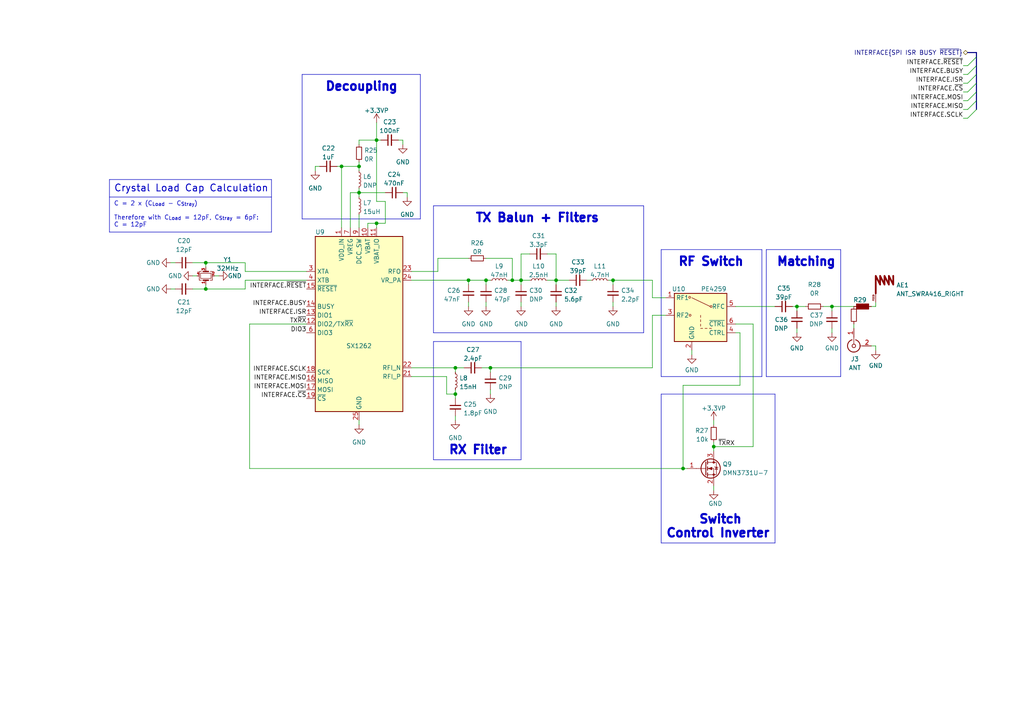
<source format=kicad_sch>
(kicad_sch (version 20230121) (generator eeschema)
  (paper "A4")
  (lib_symbols
    (symbol "CAP_0402_39pF_6.3v_C0G_1" (pin_numbers hide) (pin_names (offset 0.254) hide)
      (property "Reference" "C" (at 2.54 1.27 0))
      (property "Value" "CAP_0402_39pF_6.3v_C0G_1" (at 2.54 -1.27 0))
      (symbol "CAP_0402_39pF_6.3v_C0G_1_1_1"
        (pin passive line (at 0 2.54 270) (length 2.032) (name "~") (number "1"))
        (pin passive line (at 0 -2.54 90) (length 2.032) (name "~") (number "2"))
      )
    )
    (symbol "plentify_symbols:ANT_SWRA416_RIGHT" (pin_numbers hide) (pin_names hide) (in_bom no)
      (property "Reference" "AE" (at -1.27 1.905 0))
      (property "Value" "ANT_SWRA416_RIGHT" (at -10.16 4.445 0))
      (symbol "ANT_SWRA416_RIGHT_0_0"
        (text "FEED" (at -0.635 -1.27 900) (effects (font (size 0.5 0.5))))
      )
      (symbol "ANT_SWRA416_RIGHT_1_1"
        (pin input line (at 0 -2.54 90) (length 2.54) (name "FEED") (number "1"))
      )
    )
    (symbol "plentify_symbols:CAP_0402_1.8pF_6.3v_C0G" (pin_numbers hide) (pin_names (offset 0.254) hide)
      (property "Reference" "C" (at 2.54 1.27 0))
      (property "Value" "CAP_0402_1.8pF_6.3v_C0G" (at 2.54 -1.27 0))
      (symbol "CAP_0402_1.8pF_6.3v_C0G_1_1"
        (pin passive line (at 0 2.54 270) (length 2.032) (name "~") (number "1"))
        (pin passive line (at 0 -2.54 90) (length 2.032) (name "~") (number "2"))
      )
    )
    (symbol "plentify_symbols:CAP_0402_100nF_6.3v_X7R" (pin_numbers hide) (pin_names (offset 0.254) hide)
      (property "Reference" "C" (at 2.54 1.27 0))
      (property "Value" "100nF" (at 2.54 -1.27 0))
      (symbol "CAP_0402_100nF_6.3v_X7R_1_1"
        (pin passive line (at 0 2.54 270) (length 2.032) (name "~") (number "1"))
        (pin passive line (at 0 -2.54 90) (length 2.032) (name "~") (number "2"))
      )
    )
    (symbol "plentify_symbols:CAP_0402_12pF_6.3v_C0G" (pin_numbers hide) (pin_names (offset 0.254) hide)
      (property "Reference" "C" (at 2.54 1.27 0))
      (property "Value" "12pF" (at 2.54 -1.27 0))
      (symbol "CAP_0402_12pF_6.3v_C0G_1_1"
        (pin passive line (at 0 2.54 270) (length 2.032) (name "~") (number "1"))
        (pin passive line (at 0 -2.54 90) (length 2.032) (name "~") (number "2"))
      )
    )
    (symbol "plentify_symbols:CAP_0402_1uF_6.3v_X7R" (pin_numbers hide) (pin_names (offset 0.254) hide)
      (property "Reference" "C" (at 2.54 1.27 0))
      (property "Value" "1uF" (at 2.54 -1.27 0))
      (symbol "CAP_0402_1uF_6.3v_X7R_1_1"
        (pin passive line (at 0 2.54 270) (length 2.032) (name "~") (number "1"))
        (pin passive line (at 0 -2.54 90) (length 2.032) (name "~") (number "2"))
      )
    )
    (symbol "plentify_symbols:CAP_0402_2.2pF_6.3v_C0G" (pin_numbers hide) (pin_names (offset 0.254) hide)
      (property "Reference" "C" (at 2.54 1.27 0))
      (property "Value" "CAP_0402_2.2pF_6.3v_C0G" (at 2.54 -1.27 0))
      (symbol "CAP_0402_2.2pF_6.3v_C0G_1_1"
        (pin passive line (at 0 2.54 270) (length 2.032) (name "~") (number "1"))
        (pin passive line (at 0 -2.54 90) (length 2.032) (name "~") (number "2"))
      )
    )
    (symbol "plentify_symbols:CAP_0402_2.4pF_6.3v_C0G" (pin_numbers hide) (pin_names (offset 0.254) hide)
      (property "Reference" "C" (at 2.54 1.27 0))
      (property "Value" "CAP_0402_2.4pF_6.3v_C0G" (at 2.54 -1.27 0))
      (symbol "CAP_0402_2.4pF_6.3v_C0G_1_1"
        (pin passive line (at 0 2.54 270) (length 2.032) (name "~") (number "1"))
        (pin passive line (at 0 -2.54 90) (length 2.032) (name "~") (number "2"))
      )
    )
    (symbol "plentify_symbols:CAP_0402_3.3pF_6.3v_C0G" (pin_numbers hide) (pin_names (offset 0.254) hide)
      (property "Reference" "C" (at 2.54 1.27 0))
      (property "Value" "3.3pF" (at 2.54 -1.27 0))
      (symbol "CAP_0402_3.3pF_6.3v_C0G_1_1"
        (pin passive line (at 0 2.54 270) (length 2.032) (name "~") (number "1"))
        (pin passive line (at 0 -2.54 90) (length 2.032) (name "~") (number "2"))
      )
    )
    (symbol "plentify_symbols:CAP_0402_39pF_6.3v_C0G" (pin_numbers hide) (pin_names (offset 0.254) hide)
      (property "Reference" "C" (at 2.54 1.27 0))
      (property "Value" "CAP_0402_39pF_6.3v_C0G" (at 2.54 -1.27 0))
      (symbol "CAP_0402_39pF_6.3v_C0G_1_1"
        (pin passive line (at 0 2.54 270) (length 2.032) (name "~") (number "1"))
        (pin passive line (at 0 -2.54 90) (length 2.032) (name "~") (number "2"))
      )
    )
    (symbol "plentify_symbols:CAP_0402_470nF_6.3v_X7R" (pin_numbers hide) (pin_names (offset 0.254) hide)
      (property "Reference" "C" (at 2.54 1.27 0))
      (property "Value" "CAP_0402_470nF_6.3v_X7R" (at 2.54 -1.27 0))
      (symbol "CAP_0402_470nF_6.3v_X7R_1_1"
        (pin passive line (at 0 2.54 270) (length 2.032) (name "~") (number "1"))
        (pin passive line (at 0 -2.54 90) (length 2.032) (name "~") (number "2"))
      )
    )
    (symbol "plentify_symbols:CAP_0402_47nF_6.3v_C0G" (pin_numbers hide) (pin_names (offset 0.254) hide)
      (property "Reference" "C" (at 2.54 1.27 0))
      (property "Value" "CAP_0402_47nF_6.3v_C0G" (at 2.54 -1.27 0))
      (symbol "CAP_0402_47nF_6.3v_C0G_1_1"
        (pin passive line (at 0 2.54 270) (length 2.032) (name "~") (number "1"))
        (pin passive line (at 0 -2.54 90) (length 2.032) (name "~") (number "2"))
      )
    )
    (symbol "plentify_symbols:CAP_0402_47pF_6.3v_C0G" (pin_numbers hide) (pin_names (offset 0.254) hide)
      (property "Reference" "C" (at 2.54 1.27 0))
      (property "Value" "47pF" (at 2.54 -1.27 0))
      (symbol "CAP_0402_47pF_6.3v_C0G_1_1"
        (pin passive line (at 0 2.54 270) (length 2.032) (name "~") (number "1"))
        (pin passive line (at 0 -2.54 90) (length 2.032) (name "~") (number "2"))
      )
    )
    (symbol "plentify_symbols:CAP_0402_5.6pF_6.3v_C0G" (pin_numbers hide) (pin_names (offset 0.254) hide)
      (property "Reference" "C" (at 2.54 1.27 0))
      (property "Value" "5.6pF" (at 2.54 -1.27 0))
      (symbol "CAP_0402_5.6pF_6.3v_C0G_1_1"
        (pin passive line (at 0 2.54 270) (length 2.032) (name "~") (number "1"))
        (pin passive line (at 0 -2.54 90) (length 2.032) (name "~") (number "2"))
      )
    )
    (symbol "plentify_symbols:CAP_0402_DNP" (pin_numbers hide) (pin_names (offset 0.254) hide) (in_bom no)
      (property "Reference" "C" (at 2.54 1.27 0))
      (property "Value" "CAP_0402_DNP" (at 2.54 -1.27 0))
      (symbol "CAP_0402_DNP_1_1"
        (pin passive line (at 0 2.54 270) (length 2.032) (name "~") (number "1"))
        (pin passive line (at 0 -2.54 90) (length 2.032) (name "~") (number "2"))
      )
    )
    (symbol "plentify_symbols:CRYSTAL_32MHz_12pF" (pin_names (offset 1.016) hide)
      (property "Reference" "Y" (at 1.27 4.445 0))
      (property "Value" "CRYSTAL_32MHz_12pF" (at 1.27 2.54 0))
      (symbol "CRYSTAL_32MHz_12pF_1_1"
        (pin passive line (at -2.54 0 0) (length 1.27) (name "IN/OUT") (number "1"))
        (pin passive line (at 0 -2.54 90) (length 0.635) (name "GND") (number "2"))
        (pin passive line (at 2.54 0 180) (length 1.27) (name "IN/OUT") (number "3"))
        (pin passive line (at 0 2.54 270) (length 0.635) (name "GND") (number "4"))
      )
    )
    (symbol "plentify_symbols:DMN3731U-7" (pin_names (offset 0) hide)
      (property "Reference" "Q" (at 5.08 1.27 0))
      (property "Value" "DMN3731U-7" (at 5.08 -1.27 0))
      (symbol "DMN3731U-7_1_1"
        (pin input line (at -5.08 0 0) (length 2.54) (name "G") (number "1"))
        (pin passive line (at 2.54 -5.08 90) (length 2.54) (name "S") (number "2"))
        (pin passive line (at 2.54 5.08 270) (length 2.54) (name "D") (number "3"))
      )
    )
    (symbol "plentify_symbols:IND_0402_15nH" (pin_numbers hide) (pin_names (offset 0.254) hide)
      (property "Reference" "L" (at 1.27 1.27 0))
      (property "Value" "IND_0402_15nH" (at 1.27 -1.27 0))
      (symbol "IND_0402_15nH_1_1"
        (pin passive line (at 0 2.54 270) (length 0.508) (name "~") (number "1"))
        (pin passive line (at 0 -2.54 90) (length 0.508) (name "~") (number "2"))
      )
    )
    (symbol "plentify_symbols:IND_0402_2.5nH" (pin_numbers hide) (pin_names (offset 0.254) hide)
      (property "Reference" "L" (at 1.27 1.27 0))
      (property "Value" "IND_0402_2.5nH" (at 1.27 -1.27 0))
      (symbol "IND_0402_2.5nH_1_1"
        (pin passive line (at 0 2.54 270) (length 0.508) (name "~") (number "1"))
        (pin passive line (at 0 -2.54 90) (length 0.508) (name "~") (number "2"))
      )
    )
    (symbol "plentify_symbols:IND_0402_4.7nH" (pin_numbers hide) (pin_names (offset 0.254) hide)
      (property "Reference" "L" (at 1.27 1.27 0))
      (property "Value" "IND_0402_4.7nH" (at 1.27 -1.27 0))
      (symbol "IND_0402_4.7nH_1_1"
        (pin passive line (at 0 2.54 270) (length 0.508) (name "~") (number "1"))
        (pin passive line (at 0 -2.54 90) (length 0.508) (name "~") (number "2"))
      )
    )
    (symbol "plentify_symbols:IND_0402_47nH" (pin_numbers hide) (pin_names (offset 0.254) hide)
      (property "Reference" "L" (at 1.27 1.27 0))
      (property "Value" "IND_0402_47nH" (at 1.27 -1.27 0))
      (symbol "IND_0402_47nH_1_1"
        (pin passive line (at 0 2.54 270) (length 0.508) (name "~") (number "1"))
        (pin passive line (at 0 -2.54 90) (length 0.508) (name "~") (number "2"))
      )
    )
    (symbol "plentify_symbols:IND_0402_DNP" (pin_numbers hide) (pin_names (offset 0.254) hide) (in_bom no)
      (property "Reference" "L" (at 1.27 1.27 0))
      (property "Value" "IND_0402_DNP" (at 1.27 -1.27 0))
      (symbol "IND_0402_DNP_1_1"
        (pin passive line (at 0 2.54 270) (length 0.508) (name "~") (number "1"))
        (pin passive line (at 0 -2.54 90) (length 0.508) (name "~") (number "2"))
      )
    )
    (symbol "plentify_symbols:IND_0603_15uH" (pin_numbers hide) (pin_names (offset 0.254) hide)
      (property "Reference" "L" (at 1.27 1.27 0))
      (property "Value" "IND_0603_15uH" (at 1.27 -1.27 0))
      (symbol "IND_0603_15uH_1_1"
        (pin passive line (at 0 2.54 270) (length 0.508) (name "~") (number "1"))
        (pin passive line (at 0 -2.54 90) (length 0.508) (name "~") (number "2"))
      )
    )
    (symbol "plentify_symbols:PE4259"
      (property "Reference" "U" (at -7.62 7.62 0))
      (property "Value" "PE4259" (at 3.81 7.62 0))
      (symbol "PE4259_1_1"
        (pin passive line (at 10.16 5.08 180) (length 2.54) (name "RF1") (number "1"))
        (pin power_in line (at 2.54 -10.16 90) (length 2.54) (name "GND") (number "2"))
        (pin passive line (at 10.16 0 180) (length 2.54) (name "RF2") (number "3"))
        (pin input line (at -10.16 -5.08 0) (length 2.54) (name "CTRL") (number "4"))
        (pin passive line (at -10.16 2.54 0) (length 2.54) (name "RFC") (number "5"))
        (pin input line (at -10.16 -2.54 0) (length 2.54) (name "~{CTRL}") (number "6"))
      )
    )
    (symbol "plentify_symbols:RES_0402_0R_5%" (pin_numbers hide) (pin_names (offset 0.254) hide)
      (property "Reference" "R" (at 1.27 1.27 0))
      (property "Value" "0R" (at 1.27 -1.27 0))
      (symbol "RES_0402_0R_5%_1_1"
        (pin passive line (at 0 2.54 270) (length 0.762) (name "~") (number "1"))
        (pin passive line (at 0 -2.54 90) (length 0.762) (name "~") (number "2"))
      )
    )
    (symbol "plentify_symbols:RES_0402_0R_SELECTOR_LEFT" (pin_numbers hide) (pin_names (offset 0.254) hide)
      (property "Reference" "R" (at 1.27 1.27 0))
      (property "Value" "RES_0402_0R_SELECTOR_LEFT" (at 1.27 -1.27 0))
      (symbol "RES_0402_0R_SELECTOR_LEFT_1_1"
        (pin passive line (at 0 2.54 270) (length 0.762) (name "~") (number "1"))
        (pin passive line (at 0 -2.54 90) (length 0.762) (name "~") (number "2"))
        (pin passive line (at -5.08 -2.54 0) (length 0.762) (name "~") (number "3"))
      )
    )
    (symbol "plentify_symbols:RES_0402_10k_1%" (pin_numbers hide) (pin_names (offset 0.254) hide)
      (property "Reference" "R" (at 1.27 1.27 0))
      (property "Value" "RES_0402_10k_1%" (at 1.27 -1.27 0))
      (symbol "RES_0402_10k_1%_1_1"
        (pin passive line (at 0 2.54 270) (length 0.762) (name "~") (number "1"))
        (pin passive line (at 0 -2.54 90) (length 0.762) (name "~") (number "2"))
      )
    )
    (symbol "plentify_symbols:SX1262"
      (property "Reference" "U" (at -12.7 26.67 0))
      (property "Value" "SX1262" (at 0 0 0))
      (symbol "SX1262_0_0"
        (pin power_in line (at -5.08 27.94 270) (length 2.54) (name "VDD_IN") (number "1"))
        (pin power_in line (at 2.54 27.94 270) (length 2.54) (name "VBAT") (number "10"))
        (pin power_in line (at 5.08 27.94 270) (length 2.54) (name "VBAT_IO") (number "11"))
        (pin bidirectional line (at -15.24 0 0) (length 2.54) (name "DIO2/TX~{RX}") (number "12"))
        (pin bidirectional line (at -15.24 2.54 0) (length 2.54) (name "DIO1") (number "13"))
        (pin output line (at -15.24 5.08 0) (length 2.54) (name "BUSY") (number "14"))
        (pin input line (at -15.24 10.16 0) (length 2.54) (name "~{RESET}") (number "15"))
        (pin output line (at -15.24 -16.51 0) (length 2.54) (name "MISO") (number "16"))
        (pin input line (at -15.24 -19.05 0) (length 2.54) (name "MOSI") (number "17"))
        (pin input line (at -15.24 -13.97 0) (length 2.54) (name "SCK") (number "18"))
        (pin input line (at -15.24 -21.59 0) (length 2.54) (name "~{CS}") (number "19"))
        (pin power_in line (at 0 -27.94 90) (length 2.54) hide (name "GND") (number "2"))
        (pin power_in line (at 0 -27.94 90) (length 2.54) hide (name "GND") (number "20"))
        (pin input line (at 15.24 -15.24 180) (length 2.54) (name "RFI_P") (number "21"))
        (pin input line (at 15.24 -12.7 180) (length 2.54) (name "RFI_N") (number "22"))
        (pin output line (at 15.24 15.24 180) (length 2.54) (name "RFO") (number "23"))
        (pin power_out line (at 15.24 12.7 180) (length 2.54) (name "VR_PA") (number "24"))
        (pin power_in line (at 0 -27.94 90) (length 2.54) (name "GND") (number "25"))
        (pin input line (at -15.24 15.24 0) (length 2.54) (name "XTA") (number "3"))
        (pin output line (at -15.24 12.7 0) (length 2.54) (name "XTB") (number "4"))
        (pin power_in line (at 0 -27.94 90) (length 2.54) hide (name "GND") (number "5"))
        (pin bidirectional line (at -15.24 -2.54 0) (length 2.54) (name "DIO3") (number "6"))
        (pin power_out line (at -2.54 27.94 270) (length 2.54) (name "VREG") (number "7"))
        (pin power_in line (at 0 -27.94 90) (length 2.54) hide (name "GND") (number "8"))
        (pin power_out line (at 0 27.94 270) (length 2.54) (name "DCC_SW") (number "9"))
      )
    )
    (symbol "plentify_symbols:u.FL_CONNECTOR" (pin_names (offset 1.016) hide)
      (property "Reference" "J" (at 0.254 3.048 0))
      (property "Value" "u.FL_CONNECTOR" (at 2.921 0 90))
      (symbol "u.FL_CONNECTOR_1_1"
        (pin passive line (at -5.08 0 0) (length 2.54) (name "In") (number "1"))
        (pin passive line (at 0 -5.08 90) (length 2.54) (name "Ext") (number "2"))
      )
    )
    (symbol "power:+3.3VP" (power) (pin_names (offset 0))
      (property "Value" "+3.3VP" (at 0 2.54 0))
      (symbol "+3.3VP_0_0"
        (pin power_in line (at 0 0 90) (length 0) hide (name "+3.3VP") (number "1"))
      )
    )
    (symbol "power:GND" (power) (pin_names (offset 0))
      (property "Value" "GND" (at 0 -3.81 0))
      (symbol "GND_1_1"
        (pin power_in line (at 0 0 270) (length 0) hide (name "GND") (number "1"))
      )
    )
  )
  (junction (at 104.14 55.88))
  (junction (at 198.12 135.89))
  (junction (at 231.14 88.9))
  (junction (at 59.69 83.82))
  (junction (at 140.97 81.28))
  (junction (at 161.29 81.28))
  (junction (at 241.3 88.9))
  (junction (at 109.22 40.64))
  (junction (at 104.14 48.26))
  (junction (at 109.22 64.77))
  (junction (at 142.24 106.68))
  (junction (at 59.69 76.2))
  (junction (at 135.89 81.28))
  (junction (at 151.13 81.28))
  (junction (at 132.08 114.3))
  (junction (at 132.08 106.68))
  (junction (at 207.01 129.54))
  (junction (at 177.8 81.28))
  (junction (at 99.06 48.26))
  (junction (at 148.59 81.28))
  (bus_entry (at 283.21 24.13) (size -2.54 2.54))
  (bus_entry (at 283.21 21.59) (size -2.54 2.54))
  (bus_entry (at 283.21 29.21) (size -2.54 2.54))
  (bus_entry (at 283.21 26.67) (size -2.54 2.54))
  (bus_entry (at 283.21 16.51) (size -2.54 2.54))
  (bus_entry (at 283.21 31.75) (size -2.54 2.54))
  (bus_entry (at 283.21 19.05) (size -2.54 2.54))
  (polyline (pts (xy 243.84 109.22) (xy 243.84 72.39)))
  (wire (pts (xy 115.57 40.64) (xy 116.84 40.64)))
  (wire (pts (xy 59.69 76.2) (xy 59.69 77.47)))
  (wire (pts (xy 59.69 83.82) (xy 59.69 82.55)))
  (polyline (pts (xy 31.75 67.31) (xy 78.74 67.31)))
  (wire (pts (xy 241.3 90.17) (xy 241.3 88.9)))
  (polyline (pts (xy 151.13 133.35) (xy 151.13 99.06)))
  (wire (pts (xy 135.89 81.28) (xy 140.97 81.28)))
  (wire (pts (xy 189.23 86.36) (xy 193.04 86.36)))
  (polyline (pts (xy 78.74 67.31) (xy 78.74 52.07)))
  (wire (pts (xy 207.01 129.54) (xy 207.01 130.81)))
  (bus (pts (xy 283.21 26.67) (xy 283.21 29.21)))
  (wire (pts (xy 104.14 55.88) (xy 111.76 55.88)))
  (wire (pts (xy 161.29 81.28) (xy 161.29 73.66)))
  (polyline (pts (xy 191.77 72.39) (xy 191.77 109.22)))
  (wire (pts (xy 101.6 66.04) (xy 101.6 55.88)))
  (wire (pts (xy 142.24 106.68) (xy 142.24 107.95)))
  (wire (pts (xy 140.97 87.63) (xy 140.97 88.9)))
  (wire (pts (xy 111.76 58.42) (xy 111.76 64.77)))
  (wire (pts (xy 104.14 62.23) (xy 104.14 66.04)))
  (wire (pts (xy 119.38 109.22) (xy 129.54 109.22)))
  (polyline (pts (xy 186.69 59.69) (xy 125.73 59.69)))
  (wire (pts (xy 132.08 114.3) (xy 132.08 115.57)))
  (wire (pts (xy 72.39 135.89) (xy 198.12 135.89)))
  (wire (pts (xy 55.88 80.01) (xy 57.15 80.01)))
  (wire (pts (xy 279.4 19.05) (xy 280.67 19.05)))
  (wire (pts (xy 170.18 81.28) (xy 171.45 81.28)))
  (wire (pts (xy 247.65 88.9) (xy 241.3 88.9)))
  (wire (pts (xy 229.87 88.9) (xy 231.14 88.9)))
  (wire (pts (xy 200.66 101.6) (xy 200.66 102.87)))
  (wire (pts (xy 55.88 83.82) (xy 59.69 83.82)))
  (polyline (pts (xy 125.73 99.06) (xy 125.73 133.35)))
  (wire (pts (xy 49.53 76.2) (xy 50.8 76.2)))
  (wire (pts (xy 55.88 76.2) (xy 59.69 76.2)))
  (wire (pts (xy 189.23 81.28) (xy 189.23 86.36)))
  (bus (pts (xy 283.21 29.21) (xy 283.21 31.75)))
  (polyline (pts (xy 222.25 72.39) (xy 243.84 72.39)))
  (polyline (pts (xy 87.63 21.59) (xy 87.63 63.5)))
  (wire (pts (xy 91.44 48.26) (xy 91.44 49.53)))
  (wire (pts (xy 198.12 111.76) (xy 214.63 111.76)))
  (wire (pts (xy 116.84 40.64) (xy 116.84 41.91)))
  (wire (pts (xy 161.29 87.63) (xy 161.29 88.9)))
  (wire (pts (xy 140.97 74.93) (xy 148.59 74.93)))
  (wire (pts (xy 104.14 40.64) (xy 109.22 40.64)))
  (wire (pts (xy 151.13 73.66) (xy 153.67 73.66)))
  (wire (pts (xy 132.08 120.65) (xy 132.08 121.92)))
  (polyline (pts (xy 31.75 52.07) (xy 31.75 67.31)))
  (wire (pts (xy 99.06 66.04) (xy 99.06 48.26)))
  (wire (pts (xy 132.08 114.3) (xy 132.08 113.03)))
  (wire (pts (xy 140.97 81.28) (xy 142.24 81.28)))
  (wire (pts (xy 132.08 106.68) (xy 134.62 106.68)))
  (wire (pts (xy 151.13 81.28) (xy 151.13 73.66)))
  (wire (pts (xy 142.24 106.68) (xy 189.23 106.68)))
  (wire (pts (xy 109.22 35.56) (xy 109.22 40.64)))
  (wire (pts (xy 158.75 81.28) (xy 161.29 81.28)))
  (wire (pts (xy 279.4 29.21) (xy 280.67 29.21)))
  (wire (pts (xy 116.84 55.88) (xy 118.11 55.88)))
  (bus (pts (xy 283.21 24.13) (xy 283.21 26.67)))
  (wire (pts (xy 254 100.33) (xy 252.73 100.33)))
  (polyline (pts (xy 191.77 72.39) (xy 220.98 72.39)))
  (polyline (pts (xy 31.75 57.15) (xy 78.74 57.15)))
  (wire (pts (xy 119.38 106.68) (xy 132.08 106.68)))
  (wire (pts (xy 214.63 111.76) (xy 214.63 96.52)))
  (wire (pts (xy 119.38 81.28) (xy 135.89 81.28)))
  (wire (pts (xy 177.8 81.28) (xy 189.23 81.28)))
  (wire (pts (xy 71.12 78.74) (xy 71.12 76.2)))
  (wire (pts (xy 132.08 106.68) (xy 132.08 107.95)))
  (wire (pts (xy 71.12 83.82) (xy 59.69 83.82)))
  (wire (pts (xy 213.36 88.9) (xy 224.79 88.9)))
  (wire (pts (xy 142.24 113.03) (xy 142.24 114.3)))
  (polyline (pts (xy 125.73 133.35) (xy 151.13 133.35)))
  (polyline (pts (xy 224.79 114.3) (xy 224.79 157.48)))
  (wire (pts (xy 254 101.6) (xy 254 100.33)))
  (wire (pts (xy 104.14 54.61) (xy 104.14 55.88)))
  (wire (pts (xy 189.23 91.44) (xy 193.04 91.44)))
  (wire (pts (xy 279.4 34.29) (xy 280.67 34.29)))
  (polyline (pts (xy 87.63 63.5) (xy 121.92 63.5)))
  (wire (pts (xy 207.01 140.97) (xy 207.01 142.24)))
  (wire (pts (xy 111.76 64.77) (xy 109.22 64.77)))
  (wire (pts (xy 218.44 93.98) (xy 213.36 93.98)))
  (wire (pts (xy 161.29 81.28) (xy 165.1 81.28)))
  (wire (pts (xy 104.14 48.26) (xy 104.14 49.53)))
  (polyline (pts (xy 31.75 52.07) (xy 78.74 52.07)))
  (wire (pts (xy 207.01 129.54) (xy 218.44 129.54)))
  (wire (pts (xy 71.12 81.28) (xy 71.12 83.82)))
  (wire (pts (xy 161.29 81.28) (xy 161.29 82.55)))
  (wire (pts (xy 127 78.74) (xy 127 74.93)))
  (wire (pts (xy 151.13 87.63) (xy 151.13 88.9)))
  (wire (pts (xy 176.53 81.28) (xy 177.8 81.28)))
  (wire (pts (xy 207.01 121.92) (xy 207.01 123.19)))
  (wire (pts (xy 135.89 87.63) (xy 135.89 88.9)))
  (wire (pts (xy 279.4 21.59) (xy 280.67 21.59)))
  (bus (pts (xy 283.21 21.59) (xy 283.21 24.13)))
  (polyline (pts (xy 191.77 114.3) (xy 191.77 157.48)))
  (wire (pts (xy 104.14 121.92) (xy 104.14 123.19)))
  (bus (pts (xy 283.21 19.05) (xy 283.21 21.59)))
  (polyline (pts (xy 191.77 109.22) (xy 220.98 109.22)))
  (polyline (pts (xy 222.25 72.39) (xy 222.25 109.22)))
  (polyline (pts (xy 186.69 96.52) (xy 186.69 59.69)))
  (wire (pts (xy 231.14 88.9) (xy 231.14 90.17)))
  (wire (pts (xy 241.3 95.25) (xy 241.3 96.52)))
  (wire (pts (xy 218.44 129.54) (xy 218.44 93.98)))
  (wire (pts (xy 279.4 31.75) (xy 280.67 31.75)))
  (wire (pts (xy 104.14 40.64) (xy 104.14 41.91)))
  (wire (pts (xy 106.68 66.04) (xy 106.68 64.77)))
  (wire (pts (xy 177.8 87.63) (xy 177.8 88.9)))
  (wire (pts (xy 231.14 95.25) (xy 231.14 96.52)))
  (wire (pts (xy 109.22 58.42) (xy 111.76 58.42)))
  (wire (pts (xy 106.68 64.77) (xy 109.22 64.77)))
  (wire (pts (xy 109.22 40.64) (xy 109.22 58.42)))
  (wire (pts (xy 62.23 80.01) (xy 63.5 80.01)))
  (polyline (pts (xy 224.79 157.48) (xy 191.77 157.48)))
  (wire (pts (xy 214.63 96.52) (xy 213.36 96.52)))
  (bus (pts (xy 280.67 15.24) (xy 283.21 15.24)))
  (wire (pts (xy 104.14 46.99) (xy 104.14 48.26)))
  (wire (pts (xy 72.39 93.98) (xy 88.9 93.98)))
  (bus (pts (xy 283.21 16.51) (xy 283.21 19.05)))
  (polyline (pts (xy 125.73 59.69) (xy 125.73 96.52)))
  (wire (pts (xy 254 88.9) (xy 254 87.63)))
  (wire (pts (xy 88.9 78.74) (xy 71.12 78.74)))
  (wire (pts (xy 177.8 81.28) (xy 177.8 82.55)))
  (polyline (pts (xy 87.63 21.59) (xy 121.92 21.59)))
  (wire (pts (xy 88.9 81.28) (xy 71.12 81.28)))
  (polyline (pts (xy 222.25 109.22) (xy 243.84 109.22)))
  (wire (pts (xy 129.54 109.22) (xy 129.54 114.3)))
  (wire (pts (xy 153.67 81.28) (xy 151.13 81.28)))
  (wire (pts (xy 135.89 81.28) (xy 135.89 82.55)))
  (wire (pts (xy 279.4 24.13) (xy 280.67 24.13)))
  (wire (pts (xy 148.59 81.28) (xy 151.13 81.28)))
  (wire (pts (xy 99.06 48.26) (xy 97.79 48.26)))
  (wire (pts (xy 109.22 64.77) (xy 109.22 66.04)))
  (wire (pts (xy 151.13 81.28) (xy 151.13 82.55)))
  (wire (pts (xy 71.12 76.2) (xy 59.69 76.2)))
  (wire (pts (xy 99.06 48.26) (xy 104.14 48.26)))
  (wire (pts (xy 129.54 114.3) (xy 132.08 114.3)))
  (polyline (pts (xy 220.98 109.22) (xy 220.98 72.39)))
  (wire (pts (xy 127 74.93) (xy 135.89 74.93)))
  (wire (pts (xy 207.01 128.27) (xy 207.01 129.54)))
  (wire (pts (xy 119.38 78.74) (xy 127 78.74)))
  (wire (pts (xy 104.14 55.88) (xy 104.14 57.15)))
  (wire (pts (xy 110.49 40.64) (xy 109.22 40.64)))
  (wire (pts (xy 92.71 48.26) (xy 91.44 48.26)))
  (wire (pts (xy 148.59 81.28) (xy 147.32 81.28)))
  (wire (pts (xy 101.6 55.88) (xy 104.14 55.88)))
  (wire (pts (xy 241.3 88.9) (xy 238.76 88.9)))
  (bus (pts (xy 283.21 15.24) (xy 283.21 16.51)))
  (wire (pts (xy 252.73 88.9) (xy 254 88.9)))
  (wire (pts (xy 198.12 135.89) (xy 198.12 111.76)))
  (wire (pts (xy 233.68 88.9) (xy 231.14 88.9)))
  (wire (pts (xy 140.97 82.55) (xy 140.97 81.28)))
  (wire (pts (xy 139.7 106.68) (xy 142.24 106.68)))
  (polyline (pts (xy 125.73 96.52) (xy 186.69 96.52)))
  (wire (pts (xy 72.39 93.98) (xy 72.39 135.89)))
  (polyline (pts (xy 191.77 114.3) (xy 224.79 114.3)))
  (wire (pts (xy 189.23 106.68) (xy 189.23 91.44)))
  (wire (pts (xy 148.59 74.93) (xy 148.59 81.28)))
  (wire (pts (xy 279.4 26.67) (xy 280.67 26.67)))
  (wire (pts (xy 49.53 83.82) (xy 50.8 83.82)))
  (polyline (pts (xy 121.92 63.5) (xy 121.92 21.59)))
  (wire (pts (xy 161.29 73.66) (xy 158.75 73.66)))
  (wire (pts (xy 198.12 135.89) (xy 199.39 135.89)))
  (wire (pts (xy 118.11 55.88) (xy 118.11 57.15)))
  (wire (pts (xy 247.65 93.98) (xy 247.65 95.25)))
  (polyline (pts (xy 125.73 99.06) (xy 151.13 99.06)))
  (text "Crystal Load Cap Calculation" (at 33.02 55.88 0) (effects (font (size 2 2) (thickness 0.254) bold) (justify left bottom)))
  (text "Decoupling" (at 115.57 26.67 0) (effects (font (size 2.5 2.5) (thickness 0.6) bold) (justify right bottom)))
  (text "RX Filter" (at 147.32 132.08 0) (effects (font (size 2.5 2.5) (thickness 0.6) bold) (justify right bottom)))
  (text "RF Switch" (at 215.9 77.47 0) (effects (font (size 2.5 2.5) (thickness 0.6) bold) (justify right bottom)))
  (text "C = 2 x (C_{Load} - C_{Stray})\n\nTherefore with C_{Load} = 12pF, C_{Stray} = 6pF:\nC = 12pF" (at 33.02 66.04 0) (effects (font (size 1.27 1.27)) (justify left bottom)))
  (text "TX Balun + Filters" (at 173.99 64.77 0) (effects (font (size 2.5 2.5) (thickness 0.6) bold) (justify right bottom)))
  (text "Matching" (at 242.57 77.47 0) (effects (font (size 2.5 2.5) (thickness 0.6) bold) (justify right bottom)))
  (text "     Switch\nControl Inverter" (at 193.04 156.21 0) (effects (font (size 2.5 2.5) (thickness 0.6) bold) (justify left bottom)))
  (label "INTERFACE.SCLK" (at 88.9 107.95 180))
  (label "INTERFACE.MISO" (at 279.4 31.75 180))
  (label "INTERFACE.MOSI" (at 88.9 113.03 180))
  (label "INTERFACE.SCLK" (at 279.4 34.29 180))
  (label "TX~{RX}" (at 88.9 93.98 180))
  (label "INTERFACE.~{CS}" (at 279.4 26.67 180))
  (label "INTERFACE.MOSI" (at 279.4 29.21 180))
  (label "DIO3" (at 88.9 96.52 180))
  (label "INTERFACE.~{RESET}" (at 279.4 19.05 180))
  (label "~{TX}RX" (at 208.28 129.54 0))
  (label "INTERFACE.BUSY" (at 279.4 21.59 180))
  (label "INTERFACE.ISR" (at 279.4 24.13 180))
  (label "INTERFACE.ISR" (at 88.9 91.44 180))
  (label "INTERFACE.~{CS}" (at 88.9 115.57 180))
  (label "INTERFACE.BUSY" (at 88.9 88.9 180))
  (label "INTERFACE.~{RESET}" (at 88.9 83.82 180))
  (label "INTERFACE.MISO" (at 88.9 110.49 180))
  (hierarchical_label "INTERFACE{SPI ISR BUSY ~{RESET}}" (shape bidirectional) (at 280.67 15.24 180))
  (symbol (lib_id "plentify_symbols:RES_0402_10k_1%") (at 207.01 125.73 0) (unit 1)
    (property "Reference" "R27" (at 205.5114 124.8953 0) (effects (justify right)))
    (property "Value" "10k" (at 205.5114 127.4322 0) (effects (justify right)))
    (property "Footprint" "plentify_footprints:RESISTOR_0402" (effects hide))
    (property "SKU" "RES-0402-0003" (effects hide))
    (property "Tolerance" "1%" (effects hide))
    (instances (project "hardware_hotbot_lite" (path "" (reference "R27") (unit 1))) (project "bicycle_tracker" (path "" (reference "R11") (unit 1))) (project "mesh_tranciever" (path "" (reference "R27") (unit 1))))
  )
  (symbol (lib_id "power:GND") (at 140.97 88.9 0) (unit 1)
    (property "Reference" "#PWR061" (effects hide))
    (property "Value" "GND" (at 140.97 93.98 0))
    (instances (project "hardware_hotbot_lite" (path "" (reference "#PWR061") (unit 1))) (project "bicycle_tracker" (path "" (reference "#PWR043") (unit 1))) (project "mesh_tranciever" (path "" (reference "#PWR061") (unit 1))))
  )
  (symbol (lib_id "plentify_symbols:CAP_0402_12pF_6.3v_C0G") (at 53.34 83.82 90) (unit 1)
    (property "Reference" "C21" (at 53.3463 87.63 90))
    (property "Value" "12pF" (at 53.3463 90.17 90))
    (property "Footprint" "plentify_footprints:CAPACITOR_0402" (effects hide))
    (property "SKU" "CAP-0402-0014" (effects hide))
    (property "Dielectric" "C0G" (effects hide))
    (property "Voltage Rating" "6.3v" (effects hide))
    (instances (project "hardware_hotbot_lite" (path "" (reference "C21") (unit 1))) (project "bicycle_tracker" (path "" (reference "C3") (unit 1))) (project "mesh_tranciever" (path "" (reference "C21") (unit 1))))
  )
  (symbol (lib_id "power:GND") (at 254 101.6 0) (mirror y) (unit 1)
    (property "Reference" "#PWR071" (effects hide))
    (property "Value" "GND" (at 254 106.0434 0))
    (instances (project "hardware_hotbot_lite" (path "" (reference "#PWR071") (unit 1))) (project "bicycle_tracker" (path "" (reference "#PWR053") (unit 1))) (project "mesh_tranciever" (path "" (reference "#PWR071") (unit 1))))
  )
  (symbol (lib_id "plentify_symbols:RES_0402_0R_SELECTOR_LEFT") (at 250.19 88.9 270) (mirror x) (unit 1)
    (property "Reference" "R29" (at 249.428 87.0006 90))
    (property "Value" "RES_0402_0R_SELECTOR_LEFT" (effects hide))
    (property "Footprint" "plentify_footprints:RESISTOR_0402_SELECTOR_LEFT" (effects hide))
    (property "SKU" "RES-0402-0001" (effects hide))
    (property "Tolerance" "5%" (effects hide))
    (instances (project "hardware_hotbot_lite" (path "" (reference "R29") (unit 1))) (project "bicycle_tracker" (path "" (reference "R13") (unit 1))) (project "mesh_tranciever" (path "" (reference "R29") (unit 1))))
  )
  (symbol (lib_id "plentify_symbols:CAP_0402_DNP") (at 142.24 110.49 0) (unit 1) (in_bom no)
    (property "Reference" "C29" (at 144.5641 109.6616 0) (effects (justify left)))
    (property "Value" "DNP" (at 144.5641 112.1985 0) (effects (justify left)))
    (property "Footprint" "plentify_footprints:CAPACITOR_0402_DNP" (effects hide))
    (property "SKU" "CAP-0402-0005" (effects hide))
    (property "Dielectric" "C0G" (effects hide))
    (property "Voltage Rating" "6.3v" (effects hide))
    (property "DNP" "1" (effects hide))
    (instances (project "hardware_hotbot_lite" (path "" (reference "C29") (unit 1))) (project "bicycle_tracker" (path "" (reference "C11") (unit 1))) (project "mesh_tranciever" (path "" (reference "C29") (unit 1))))
  )
  (symbol (lib_id "plentify_symbols:u.FL_CONNECTOR") (at 247.65 100.33 90) (mirror x) (unit 1) (in_bom no)
    (property "Reference" "J3" (at 247.9432 104.14 90))
    (property "Value" "ANT" (at 247.9432 106.68 90))
    (property "Footprint" "plentify_footprints:U.FL_CONNECTOR" (effects hide))
    (property "Datasheet" " ~" (effects hide))
    (property "SKU" "CON-SMD-0002" (effects hide))
    (property "DNP" "1" (effects hide))
    (instances (project "hardware_hotbot_lite" (path "" (reference "J3") (unit 1))) (project "bicycle_tracker" (path "" (reference "J2") (unit 1))) (project "mesh_tranciever" (path "" (reference "J3") (unit 1))))
  )
  (symbol (lib_id "power:GND") (at 116.84 41.91 0) (unit 1)
    (property "Reference" "#PWR057" (effects hide))
    (property "Value" "GND" (at 116.84 46.99 0))
    (instances (project "hardware_hotbot_lite" (path "" (reference "#PWR057") (unit 1))) (project "bicycle_tracker" (path "" (reference "#PWR039") (unit 1))) (project "mesh_tranciever" (path "" (reference "#PWR057") (unit 1))))
  )
  (symbol (lib_id "power:GND") (at 104.14 123.19 0) (unit 1)
    (property "Reference" "#PWR055" (effects hide))
    (property "Value" "GND" (at 104.14 128.27 0))
    (instances (project "hardware_hotbot_lite" (path "" (reference "#PWR055") (unit 1))) (project "bicycle_tracker" (path "" (reference "#PWR037") (unit 1))) (project "mesh_tranciever" (path "" (reference "#PWR055") (unit 1))))
  )
  (symbol (lib_id "plentify_symbols:CAP_0402_DNP") (at 151.13 85.09 0) (unit 1) (in_bom no)
    (property "Reference" "C30" (at 153.4541 84.2616 0) (effects (justify left)))
    (property "Value" "DNP" (at 153.4541 86.7985 0) (effects (justify left)))
    (property "Footprint" "plentify_footprints:CAPACITOR_0402_DNP" (effects hide))
    (property "SKU" "CAP-0402-0005" (effects hide))
    (property "Dielectric" "C0G" (effects hide))
    (property "Voltage Rating" "6.3v" (effects hide))
    (property "DNP" "1" (effects hide))
    (instances (project "hardware_hotbot_lite" (path "" (reference "C30") (unit 1))) (project "bicycle_tracker" (path "" (reference "C12") (unit 1))) (project "mesh_tranciever" (path "" (reference "C30") (unit 1))))
  )
  (symbol (lib_id "power:GND") (at 132.08 121.92 0) (unit 1)
    (property "Reference" "#PWR059" (effects hide))
    (property "Value" "GND" (at 132.08 127 0))
    (instances (project "hardware_hotbot_lite" (path "" (reference "#PWR059") (unit 1))) (project "bicycle_tracker" (path "" (reference "#PWR041") (unit 1))) (project "mesh_tranciever" (path "" (reference "#PWR059") (unit 1))))
  )
  (symbol (lib_id "plentify_symbols:ANT_SWRA416_RIGHT") (at 254 85.09 0) (unit 1) (in_bom no)
    (property "Reference" "AE1" (at 259.965 82.6992 0) (effects (justify left)))
    (property "Value" "ANT_SWRA416_RIGHT" (at 259.965 85.2361 0) (effects (justify left)))
    (property "Footprint" "plentify_footprints:SWRA416_RIGHT" (effects hide))
    (property "Datasheet" "https://www.ti.com/lit/an/swra416/swra416.pdf" (effects hide))
    (property "MPN" "SWRA416" (effects hide))
  )
  (symbol (lib_id "plentify_symbols:CAP_0402_39pF_6.3v_C0G") (at 167.64 81.28 90) (unit 1)
    (property "Reference" "C33" (at 167.6463 76.0181 90))
    (property "Value" "39pF" (at 167.6463 78.555 90))
    (property "Footprint" "plentify_footprints:CAPACITOR_0402" (effects hide))
    (property "SKU" "CAP-0402-0039" (effects hide))
    (property "Dielectric" "C0G" (effects hide))
    (property "Voltage Rating" "6.3v" (effects hide))
    (instances (project "hardware_hotbot_lite" (path "" (reference "C33") (unit 1))) (project "bicycle_tracker" (path "" (reference "C15") (unit 1))) (project "mesh_tranciever" (path "" (reference "C33") (unit 1))))
  )
  (symbol (lib_id "power:+3.3VP") (at 109.22 35.56 0) (unit 1)
    (property "Reference" "#PWR087" (effects hide))
    (property "Value" "+3.3VP" (at 109.22 32.0581 0))
    (instances (project "hardware_hotbot_lite" (path "" (reference "#PWR087") (unit 1)) (path "" (reference "#PWR056") (unit 1))) (project "bicycle_tracker" (path "" (reference "#PWR038") (unit 1))) (project "mesh_tranciever" (path "" (reference "#PWR087") (unit 1))))
  )
  (symbol (lib_id "power:GND") (at 200.66 102.87 0) (mirror y) (unit 1)
    (property "Reference" "#PWR066" (effects hide))
    (property "Value" "GND" (at 200.66 107.3134 0))
    (instances (project "hardware_hotbot_lite" (path "" (reference "#PWR066") (unit 1))) (project "bicycle_tracker" (path "" (reference "#PWR048") (unit 1))) (project "mesh_tranciever" (path "" (reference "#PWR066") (unit 1))))
  )
  (symbol (lib_id "plentify_symbols:CAP_0402_5.6pF_6.3v_C0G") (at 161.29 85.09 0) (unit 1)
    (property "Reference" "C32" (at 163.6141 84.2616 0) (effects (justify left)))
    (property "Value" "5.6pF" (at 163.6141 86.7985 0) (effects (justify left)))
    (property "Footprint" "plentify_footprints:CAPACITOR_0402" (effects hide))
    (property "SKU" "CAP-0402-0003" (effects hide))
    (property "Dielectric" "C0G" (effects hide))
    (property "Voltage Rating" "6.3v" (effects hide))
    (instances (project "hardware_hotbot_lite" (path "" (reference "C32") (unit 1))) (project "bicycle_tracker" (path "" (reference "C14") (unit 1))) (project "mesh_tranciever" (path "" (reference "C32") (unit 1))))
  )
  (symbol (lib_id "power:GND") (at 55.88 80.01 270) (unit 1)
    (property "Reference" "#PWR052" (effects hide))
    (property "Value" "GND" (at 50.8 80.01 90))
    (instances (project "hardware_hotbot_lite" (path "" (reference "#PWR052") (unit 1))) (project "bicycle_tracker" (path "" (reference "#PWR034") (unit 1))) (project "mesh_tranciever" (path "" (reference "#PWR052") (unit 1))))
  )
  (symbol (lib_id "plentify_symbols:PE4259") (at 203.2 91.44 0) (mirror y) (unit 1)
    (property "Reference" "U10" (at 196.85 83.82 0))
    (property "Value" "PE4259" (at 207.01 83.82 0))
    (property "Footprint" "plentify_footprints:SOT-363_SC-70-6" (effects hide))
    (property "Datasheet" "https://www.psemi.com/pdf/datasheets/pe4259ds.pdf" (effects hide))
    (property "MPN" "PE4259G-06SC70" (effects hide))
    (property "SKU" "RF-SWC-0002" (effects hide))
    (instances (project "hardware_hotbot_lite" (path "" (reference "U10") (unit 1))) (project "bicycle_tracker" (path "" (reference "U9") (unit 1))) (project "mesh_tranciever" (path "" (reference "U10") (unit 1))))
  )
  (symbol (lib_id "power:GND") (at 177.8 88.9 0) (unit 1)
    (property "Reference" "#PWR065" (effects hide))
    (property "Value" "GND" (at 177.8 93.98 0))
    (instances (project "hardware_hotbot_lite" (path "" (reference "#PWR065") (unit 1))) (project "bicycle_tracker" (path "" (reference "#PWR047") (unit 1))) (project "mesh_tranciever" (path "" (reference "#PWR065") (unit 1))))
  )
  (symbol (lib_id "power:GND") (at 118.11 57.15 0) (unit 1)
    (property "Reference" "#PWR058" (effects hide))
    (property "Value" "GND" (at 118.11 62.23 0))
    (instances (project "hardware_hotbot_lite" (path "" (reference "#PWR058") (unit 1))) (project "bicycle_tracker" (path "" (reference "#PWR040") (unit 1))) (project "mesh_tranciever" (path "" (reference "#PWR058") (unit 1))))
  )
  (symbol (lib_id "plentify_symbols:DMN3731U-7") (at 204.47 135.89 0) (unit 1)
    (property "Reference" "Q9" (at 209.55 134.62 0) (effects (justify left)))
    (property "Value" "DMN3731U-7" (at 209.55 137.16 0) (effects (justify left)))
    (property "Footprint" "plentify_footprints:SOT-23" (effects hide))
    (property "Datasheet" "https://www.diodes.com/assets/Datasheets/DMN3731U.pdf" (effects hide))
    (property "MPN" "DMN3731U-7" (effects hide))
    (property "SKU" "TRA-SMD-0010" (effects hide))
    (instances (project "hardware_hotbot_lite" (path "" (reference "Q9") (unit 1))) (project "bicycle_tracker" (path "" (reference "Q1") (unit 1))) (project "mesh_tranciever" (path "" (reference "Q9") (unit 1))))
  )
  (symbol (lib_id "plentify_symbols:CAP_0402_12pF_6.3v_C0G") (at 53.34 76.2 90) (unit 1)
    (property "Reference" "C20" (at 53.3463 69.85 90))
    (property "Value" "12pF" (at 53.3463 72.39 90))
    (property "Footprint" "plentify_footprints:CAPACITOR_0402" (effects hide))
    (property "SKU" "CAP-0402-0014" (effects hide))
    (property "Dielectric" "C0G" (effects hide))
    (property "Voltage Rating" "6.3v" (effects hide))
    (instances (project "hardware_hotbot_lite" (path "" (reference "C20") (unit 1))) (project "bicycle_tracker" (path "" (reference "C2") (unit 1))) (project "mesh_tranciever" (path "" (reference "C20") (unit 1))))
  )
  (symbol (lib_name "CAP_0402_39pF_6.3v_C0G_1") (lib_id "plentify_symbols:CAP_0402_39pF_6.3v_C0G") (at 227.33 88.9 90) (unit 1)
    (property "Reference" "C35" (at 227.3363 83.6381 90))
    (property "Value" "39pF" (at 227.3363 86.175 90))
    (property "Footprint" "plentify_footprints:CAPACITOR_0402" (effects hide))
    (property "SKU" "CAP-0402-0039" (effects hide))
    (property "Dielectric" "C0G" (effects hide))
    (property "Voltage Rating" "6.3v" (effects hide))
    (instances (project "hardware_hotbot_lite" (path "" (reference "C35") (unit 1))) (project "bicycle_tracker" (path "" (reference "C17") (unit 1))) (project "mesh_tranciever" (path "" (reference "C35") (unit 1))))
  )
  (symbol (lib_id "plentify_symbols:IND_0603_15uH") (at 104.14 59.69 0) (unit 1)
    (property "Reference" "L7" (at 105.283 58.8553 0) (effects (justify left)))
    (property "Value" "15uH" (at 105.283 61.3922 0) (effects (justify left)))
    (property "Footprint" "plentify_footprints:INDUCTOR_0603" (effects hide))
    (property "SKU" "IND-0603-0006" (effects hide))
    (property "Current Rating" "250mA" (effects hide))
    (instances (project "hardware_hotbot_lite" (path "" (reference "L7") (unit 1))) (project "bicycle_tracker" (path "" (reference "L2") (unit 1))) (project "mesh_tranciever" (path "" (reference "L7") (unit 1))))
  )
  (symbol (lib_id "plentify_symbols:CAP_0402_470nF_6.3v_X7R") (at 114.3 55.88 90) (unit 1)
    (property "Reference" "C24" (at 114.3063 50.6181 90))
    (property "Value" "470nF" (at 114.3063 53.155 90))
    (property "Footprint" "plentify_footprints:CAPACITOR_0402" (effects hide))
    (property "SKU" "CAP-0402-0028" (effects hide))
    (property "Dielectric" "X7R" (effects hide))
    (property "Voltage Rating" "6.3v" (effects hide))
    (instances (project "hardware_hotbot_lite" (path "" (reference "C24") (unit 1))) (project "bicycle_tracker" (path "" (reference "C6") (unit 1))) (project "mesh_tranciever" (path "" (reference "C24") (unit 1))))
  )
  (symbol (lib_id "power:GND") (at 207.01 142.24 0) (mirror y) (unit 1)
    (property "Reference" "#PWR068" (effects hide))
    (property "Value" "GND" (at 209.55 146.05 0) (effects (justify left)))
    (instances (project "hardware_hotbot_lite" (path "" (reference "#PWR068") (unit 1))) (project "bicycle_tracker" (path "" (reference "#PWR050") (unit 1))) (project "mesh_tranciever" (path "" (reference "#PWR068") (unit 1))))
  )
  (symbol (lib_id "plentify_symbols:CAP_0402_3.3pF_6.3v_C0G") (at 156.21 73.66 90) (unit 1)
    (property "Reference" "C31" (at 156.2163 68.3981 90))
    (property "Value" "3.3pF" (at 156.2163 70.935 90))
    (property "Footprint" "plentify_footprints:CAPACITOR_0402" (effects hide))
    (property "SKU" "CAP-0402-0013" (effects hide))
    (property "Dielectric" "C0G" (effects hide))
    (property "Voltage Rating" "6.3v" (effects hide))
    (instances (project "hardware_hotbot_lite" (path "" (reference "C31") (unit 1))) (project "bicycle_tracker" (path "" (reference "C13") (unit 1))) (project "mesh_tranciever" (path "" (reference "C31") (unit 1))))
  )
  (symbol (lib_id "plentify_symbols:IND_0402_DNP") (at 104.14 52.07 0) (unit 1) (in_bom no)
    (property "Reference" "L6" (at 105.283 51.2353 0) (effects (justify left)))
    (property "Value" "DNP" (at 105.283 53.7722 0) (effects (justify left)))
    (property "Footprint" "plentify_footprints:INDUCTOR_0402_DNP" (effects hide))
    (property "SKU" "DNP" (effects hide))
    (property "Tolerance" "5%" (effects hide))
    (instances (project "hardware_hotbot_lite" (path "" (reference "L6") (unit 1))) (project "bicycle_tracker" (path "" (reference "L1") (unit 1))) (project "mesh_tranciever" (path "" (reference "L6") (unit 1))))
  )
  (symbol (lib_id "power:GND") (at 151.13 88.9 0) (unit 1)
    (property "Reference" "#PWR063" (effects hide))
    (property "Value" "GND" (at 151.13 93.98 0))
    (instances (project "hardware_hotbot_lite" (path "" (reference "#PWR063") (unit 1))) (project "bicycle_tracker" (path "" (reference "#PWR045") (unit 1))) (project "mesh_tranciever" (path "" (reference "#PWR063") (unit 1))))
  )
  (symbol (lib_id "power:GND") (at 63.5 80.01 90) (unit 1)
    (property "Reference" "#PWR053" (effects hide))
    (property "Value" "GND" (at 66.04 80.01 90) (effects (justify right)))
    (instances (project "hardware_hotbot_lite" (path "" (reference "#PWR053") (unit 1))) (project "bicycle_tracker" (path "" (reference "#PWR035") (unit 1))) (project "mesh_tranciever" (path "" (reference "#PWR053") (unit 1))))
  )
  (symbol (lib_id "plentify_symbols:IND_0402_47nH") (at 144.78 81.28 90) (unit 1)
    (property "Reference" "L9" (at 144.78 77.1992 90))
    (property "Value" "47nH" (at 144.78 79.7361 90))
    (property "Footprint" "plentify_footprints:INDUCTOR_0402" (effects hide))
    (property "SKU" "IND-0402-0019" (effects hide))
    (property "Tolerance" "5%" (effects hide))
    (instances (project "hardware_hotbot_lite" (path "" (reference "L9") (unit 1))) (project "bicycle_tracker" (path "" (reference "L4") (unit 1))) (project "mesh_tranciever" (path "" (reference "L9") (unit 1))))
  )
  (symbol (lib_id "plentify_symbols:CRYSTAL_32MHz_12pF") (at 59.69 80.01 90) (unit 1)
    (property "Reference" "Y1" (at 66.04 75.311 90))
    (property "Value" "32MHz" (at 66.04 77.851 90))
    (property "Footprint" "plentify_footprints:CRYSTAL_3225" (effects hide))
    (property "Datasheet" "https://www.raltron.com/webproducts/specs/CRYSTAL/RH100-32.000-12-F-1010-TR-NS1.pdf" (effects hide))
    (property "Load Capacitance" "12pF" (effects hide))
    (property "Frequency" "32MHz" (effects hide))
    (property "SKU" "OSC-SMD-0012" (effects hide))
    (property "MPN" "RH100-32.000-12-F-1010-TR-NS1" (effects hide))
  )
  (symbol (lib_id "plentify_symbols:CAP_0402_1.8pF_6.3v_C0G") (at 132.08 118.11 0) (unit 1)
    (property "Reference" "C25" (at 134.4041 117.2816 0) (effects (justify left)))
    (property "Value" "1.8pF" (at 134.4041 119.8185 0) (effects (justify left)))
    (property "Footprint" "plentify_footprints:CAPACITOR_0402" (effects hide))
    (property "SKU" "CAP-0402-0041" (effects hide))
    (property "Dielectric" "C0G" (effects hide))
    (property "Voltage Rating" "6.3v" (effects hide))
    (instances (project "hardware_hotbot_lite" (path "" (reference "C25") (unit 1))) (project "bicycle_tracker" (path "" (reference "C7") (unit 1))) (project "mesh_tranciever" (path "" (reference "C25") (unit 1))))
  )
  (symbol (lib_id "power:GND") (at 241.3 96.52 0) (mirror y) (unit 1)
    (property "Reference" "#PWR070" (effects hide))
    (property "Value" "GND" (at 241.3 100.9634 0))
    (instances (project "hardware_hotbot_lite" (path "" (reference "#PWR070") (unit 1))) (project "bicycle_tracker" (path "" (reference "#PWR052") (unit 1))) (project "mesh_tranciever" (path "" (reference "#PWR070") (unit 1))))
  )
  (symbol (lib_id "plentify_symbols:CAP_0402_2.2pF_6.3v_C0G") (at 177.8 85.09 0) (unit 1)
    (property "Reference" "C34" (at 180.1241 84.2616 0) (effects (justify left)))
    (property "Value" "2.2pF" (at 180.1241 86.7985 0) (effects (justify left)))
    (property "Footprint" "plentify_footprints:CAPACITOR_0402" (effects hide))
    (property "SKU" "CAP-0402-0040" (effects hide))
    (property "Dielectric" "C0G" (effects hide))
    (property "Voltage Rating" "6.3v" (effects hide))
    (instances (project "hardware_hotbot_lite" (path "" (reference "C34") (unit 1))) (project "bicycle_tracker" (path "" (reference "C16") (unit 1))) (project "mesh_tranciever" (path "" (reference "C34") (unit 1))))
  )
  (symbol (lib_id "power:GND") (at 231.14 96.52 0) (mirror y) (unit 1)
    (property "Reference" "#PWR069" (effects hide))
    (property "Value" "GND" (at 231.14 100.9634 0))
    (instances (project "hardware_hotbot_lite" (path "" (reference "#PWR069") (unit 1))) (project "bicycle_tracker" (path "" (reference "#PWR051") (unit 1))) (project "mesh_tranciever" (path "" (reference "#PWR069") (unit 1))))
  )
  (symbol (lib_id "plentify_symbols:CAP_0402_47pF_6.3v_C0G") (at 140.97 85.09 0) (unit 1)
    (property "Reference" "C28" (at 143.2941 84.2616 0) (effects (justify left)))
    (property "Value" "47pF" (at 143.2941 86.7985 0) (effects (justify left)))
    (property "Footprint" "plentify_footprints:CAPACITOR_0402" (effects hide))
    (property "SKU" "CAP-0402-0015" (effects hide))
    (property "Dielectric" "C0G" (effects hide))
    (property "Voltage Rating" "6.3v" (effects hide))
    (instances (project "hardware_hotbot_lite" (path "" (reference "C28") (unit 1))) (project "bicycle_tracker" (path "" (reference "C10") (unit 1))) (project "mesh_tranciever" (path "" (reference "C28") (unit 1))))
  )
  (symbol (lib_id "plentify_symbols:RES_0402_0R_5%") (at 104.14 44.45 0) (unit 1)
    (property "Reference" "R25" (at 105.6386 43.6153 0) (effects (justify left)))
    (property "Value" "0R" (at 105.6386 46.1522 0) (effects (justify left)))
    (property "Footprint" "plentify_footprints:RESISTOR_0402" (effects hide))
    (property "SKU" "RES-0402-0001" (effects hide))
    (property "Tolerance" "5%" (effects hide))
    (instances (project "hardware_hotbot_lite" (path "" (reference "R25") (unit 1))) (project "bicycle_tracker" (path "" (reference "R9") (unit 1))) (project "mesh_tranciever" (path "" (reference "R25") (unit 1))))
  )
  (symbol (lib_id "plentify_symbols:CAP_0402_DNP") (at 241.3 92.71 0) (mirror y) (unit 1) (in_bom no)
    (property "Reference" "C37" (at 238.76 91.4462 0) (effects (justify left)))
    (property "Value" "DNP" (at 238.76 93.9862 0) (effects (justify left)))
    (property "Footprint" "plentify_footprints:CAPACITOR_0402_DNP" (effects hide))
    (property "SKU" "CAP-0402-0005" (effects hide))
    (property "Dielectric" "C0G" (effects hide))
    (property "Voltage Rating" "6.3v" (effects hide))
    (property "DNP" "1" (effects hide))
    (instances (project "hardware_hotbot_lite" (path "" (reference "C37") (unit 1))) (project "bicycle_tracker" (path "" (reference "C19") (unit 1))) (project "mesh_tranciever" (path "" (reference "C37") (unit 1))))
  )
  (symbol (lib_id "plentify_symbols:IND_0402_15nH") (at 132.08 110.49 0) (unit 1)
    (property "Reference" "L8" (at 133.223 109.6553 0) (effects (justify left)))
    (property "Value" "15nH" (at 133.223 112.1922 0) (effects (justify left)))
    (property "Footprint" "plentify_footprints:INDUCTOR_0402" (effects hide))
    (property "SKU" "IND-0402-0018" (effects hide))
    (property "Tolerance" "5%" (effects hide))
    (property "Current Rating" "300mA" (effects hide))
    (instances (project "hardware_hotbot_lite" (path "" (reference "L8") (unit 1))) (project "bicycle_tracker" (path "" (reference "L3") (unit 1))) (project "mesh_tranciever" (path "" (reference "L8") (unit 1))))
  )
  (symbol (lib_id "plentify_symbols:RES_0402_0R_5%") (at 236.22 88.9 270) (mirror x) (unit 1)
    (property "Reference" "R28" (at 236.22 82.55 90))
    (property "Value" "0R" (at 236.22 85.09 90))
    (property "Footprint" "plentify_footprints:RESISTOR_0402" (effects hide))
    (property "SKU" "RES-0402-0001" (effects hide))
    (property "Tolerance" "5%" (effects hide))
    (instances (project "hardware_hotbot_lite" (path "" (reference "R28") (unit 1))) (project "bicycle_tracker" (path "" (reference "R12") (unit 1))) (project "mesh_tranciever" (path "" (reference "R28") (unit 1))))
  )
  (symbol (lib_id "plentify_symbols:IND_0402_2.5nH") (at 156.21 81.28 90) (unit 1)
    (property "Reference" "L10" (at 156.21 77.1992 90))
    (property "Value" "2.5nH" (at 156.21 79.7361 90))
    (property "Footprint" "plentify_footprints:INDUCTOR_0402" (effects hide))
    (property "SKU" "IND-0402-0020" (effects hide))
    (property "Tolerance" "5%" (effects hide))
    (instances (project "hardware_hotbot_lite" (path "" (reference "L10") (unit 1))) (project "bicycle_tracker" (path "" (reference "L5") (unit 1))) (project "mesh_tranciever" (path "" (reference "L10") (unit 1))))
  )
  (symbol (lib_id "power:GND") (at 142.24 114.3 0) (unit 1)
    (property "Reference" "#PWR062" (effects hide))
    (property "Value" "GND" (at 142.24 119.38 0))
    (instances (project "hardware_hotbot_lite" (path "" (reference "#PWR062") (unit 1))) (project "bicycle_tracker" (path "" (reference "#PWR044") (unit 1))) (project "mesh_tranciever" (path "" (reference "#PWR062") (unit 1))))
  )
  (symbol (lib_id "plentify_symbols:RES_0402_0R_5%") (at 138.43 74.93 90) (unit 1)
    (property "Reference" "R26" (at 138.43 70.4936 90))
    (property "Value" "0R" (at 138.43 73.0305 90))
    (property "Footprint" "plentify_footprints:RESISTOR_0402" (effects hide))
    (property "SKU" "RES-0402-0001" (effects hide))
    (property "Tolerance" "5%" (effects hide))
    (instances (project "hardware_hotbot_lite" (path "" (reference "R26") (unit 1))) (project "bicycle_tracker" (path "" (reference "R10") (unit 1))) (project "mesh_tranciever" (path "" (reference "R26") (unit 1))))
  )
  (symbol (lib_id "power:GND") (at 91.44 49.53 0) (mirror y) (unit 1)
    (property "Reference" "#PWR054" (effects hide))
    (property "Value" "GND" (at 91.44 54.61 0))
    (instances (project "hardware_hotbot_lite" (path "" (reference "#PWR054") (unit 1))) (project "bicycle_tracker" (path "" (reference "#PWR036") (unit 1))) (project "mesh_tranciever" (path "" (reference "#PWR054") (unit 1))))
  )
  (symbol (lib_id "power:+3.3VP") (at 207.01 121.92 0) (unit 1)
    (property "Reference" "#PWR087" (effects hide))
    (property "Value" "+3.3VP" (at 207.01 118.4181 0))
    (instances (project "hardware_hotbot_lite" (path "" (reference "#PWR087") (unit 1)) (path "" (reference "#PWR067") (unit 1))) (project "bicycle_tracker" (path "" (reference "#PWR049") (unit 1))) (project "mesh_tranciever" (path "" (reference "#PWR087") (unit 1))))
  )
  (symbol (lib_id "power:GND") (at 49.53 76.2 270) (unit 1)
    (property "Reference" "#PWR050" (effects hide))
    (property "Value" "GND" (at 44.45 76.2 90))
    (instances (project "hardware_hotbot_lite" (path "" (reference "#PWR050") (unit 1))) (project "bicycle_tracker" (path "" (reference "#PWR032") (unit 1))) (project "mesh_tranciever" (path "" (reference "#PWR050") (unit 1))))
  )
  (symbol (lib_id "power:GND") (at 135.89 88.9 0) (unit 1)
    (property "Reference" "#PWR060" (effects hide))
    (property "Value" "GND" (at 135.89 93.98 0))
    (instances (project "hardware_hotbot_lite" (path "" (reference "#PWR060") (unit 1))) (project "bicycle_tracker" (path "" (reference "#PWR042") (unit 1))) (project "mesh_tranciever" (path "" (reference "#PWR060") (unit 1))))
  )
  (symbol (lib_id "plentify_symbols:CAP_0402_1uF_6.3v_X7R") (at 95.25 48.26 90) (unit 1)
    (property "Reference" "C22" (at 95.2563 42.9981 90))
    (property "Value" "1uF" (at 95.2563 45.535 90))
    (property "Footprint" "plentify_footprints:CAPACITOR_0402" (effects hide))
    (property "SKU" "CAP-0402-0009" (effects hide))
    (property "Dielectric" "X7R" (effects hide))
    (property "Voltage Rating" "6.3v" (effects hide))
    (instances (project "hardware_hotbot_lite" (path "" (reference "C22") (unit 1))) (project "bicycle_tracker" (path "" (reference "C4") (unit 1))) (project "mesh_tranciever" (path "" (reference "C22") (unit 1))))
  )
  (symbol (lib_id "plentify_symbols:IND_0402_4.7nH") (at 173.99 81.28 90) (unit 1)
    (property "Reference" "L11" (at 173.99 77.1992 90))
    (property "Value" "4.7nH" (at 173.99 79.7361 90))
    (property "Footprint" "plentify_footprints:INDUCTOR_0402" (effects hide))
    (property "SKU" "IND-0402-0015" (effects hide))
    (property "Tolerance" "5%" (effects hide))
    (instances (project "hardware_hotbot_lite" (path "" (reference "L11") (unit 1))) (project "bicycle_tracker" (path "" (reference "L6") (unit 1))) (project "mesh_tranciever" (path "" (reference "L11") (unit 1))))
  )
  (symbol (lib_id "power:GND") (at 161.29 88.9 0) (unit 1)
    (property "Reference" "#PWR064" (effects hide))
    (property "Value" "GND" (at 161.29 93.98 0))
    (instances (project "hardware_hotbot_lite" (path "" (reference "#PWR064") (unit 1))) (project "bicycle_tracker" (path "" (reference "#PWR046") (unit 1))) (project "mesh_tranciever" (path "" (reference "#PWR064") (unit 1))))
  )
  (symbol (lib_id "power:GND") (at 49.53 83.82 270) (unit 1)
    (property "Reference" "#PWR051" (effects hide))
    (property "Value" "GND" (at 44.45 83.82 90))
    (instances (project "hardware_hotbot_lite" (path "" (reference "#PWR051") (unit 1))) (project "bicycle_tracker" (path "" (reference "#PWR033") (unit 1))) (project "mesh_tranciever" (path "" (reference "#PWR051") (unit 1))))
  )
  (symbol (lib_id "plentify_symbols:CAP_0402_2.4pF_6.3v_C0G") (at 137.16 106.68 90) (unit 1)
    (property "Reference" "C27" (at 137.1663 101.4181 90))
    (property "Value" "2.4pF" (at 137.1663 103.955 90))
    (property "Footprint" "plentify_footprints:CAPACITOR_0402" (effects hide))
    (property "SKU" "CAP-0402-0042" (effects hide))
    (property "Dielectric" "C0G" (effects hide))
    (property "Voltage Rating" "6.3v" (effects hide))
    (instances (project "hardware_hotbot_lite" (path "" (reference "C27") (unit 1))) (project "bicycle_tracker" (path "" (reference "C9") (unit 1))) (project "mesh_tranciever" (path "" (reference "C27") (unit 1))))
  )
  (symbol (lib_id "plentify_symbols:CAP_0402_47nF_6.3v_C0G") (at 135.89 85.09 0) (unit 1)
    (property "Reference" "C26" (at 133.566 84.2616 0) (effects (justify right)))
    (property "Value" "47nF" (at 133.566 86.7985 0) (effects (justify right)))
    (property "Footprint" "plentify_footprints:CAPACITOR_0402" (effects hide))
    (property "SKU" "CAP-0402-0038" (effects hide))
    (property "Dielectric" "C0G" (effects hide))
    (property "Voltage Rating" "6.3v" (effects hide))
    (instances (project "hardware_hotbot_lite" (path "" (reference "C26") (unit 1))) (project "bicycle_tracker" (path "" (reference "C8") (unit 1))) (project "mesh_tranciever" (path "" (reference "C26") (unit 1))))
  )
  (symbol (lib_id "plentify_symbols:CAP_0402_100nF_6.3v_X7R") (at 113.03 40.64 90) (unit 1)
    (property "Reference" "C23" (at 113.0363 35.3781 90))
    (property "Value" "100nF" (at 113.0363 37.915 90))
    (property "Footprint" "plentify_footprints:CAPACITOR_0402" (effects hide))
    (property "SKU" "CAP-0402-0006" (effects hide))
    (property "Dielectric" "X7R" (effects hide))
    (property "Voltage Rating" "6.3v" (effects hide))
    (instances (project "hardware_hotbot_lite" (path "" (reference "C23") (unit 1))) (project "bicycle_tracker" (path "" (reference "C5") (unit 1))) (project "mesh_tranciever" (path "" (reference "C23") (unit 1))))
  )
  (symbol (lib_id "plentify_symbols:CAP_0402_DNP") (at 231.14 92.71 0) (mirror y) (unit 1) (in_bom no)
    (property "Reference" "C36" (at 228.6 92.71 0) (effects (justify left)))
    (property "Value" "DNP" (at 228.6 95.25 0) (effects (justify left)))
    (property "Footprint" "plentify_footprints:CAPACITOR_0402_DNP" (effects hide))
    (property "SKU" "CAP-0402-0005" (effects hide))
    (property "Dielectric" "C0G" (effects hide))
    (property "Voltage Rating" "6.3v" (effects hide))
    (property "DNP" "1" (effects hide))
    (instances (project "hardware_hotbot_lite" (path "" (reference "C36") (unit 1))) (project "bicycle_tracker" (path "" (reference "C18") (unit 1))) (project "mesh_tranciever" (path "" (reference "C36") (unit 1))))
  )
  (symbol (lib_id "plentify_symbols:SX1262") (at 104.14 93.98 0) (unit 1)
    (property "Reference" "U9" (at 91.44 67.31 0) (effects (justify left)))
    (property "Value" "SX1262" (at 104.14 100.33 0))
    (property "Footprint" "plentify_footprints:QFN-24-1EP_4x4mm_P0.5mm_EP2.7x2.7mm" (effects hide))
    (property "Datasheet" "https://semtech.my.salesforce.com/sfc/p/#E0000000JelG/a/2R000000Un7F/yT.fKdAr9ZAo3cJLc4F2cBdUsMftpT2vsOICP7NmvMo" (effects hide))
    (property "SKU" "RF-MSH-0003" (effects hide))
    (property "MPN" "SX1262IMLTRT" (effects hide))
    (instances (project "hardware_hotbot_lite" (path "" (reference "U9") (unit 1))) (project "bicycle_tracker" (path "" (reference "U8") (unit 1))) (project "mesh_tranciever" (path "" (reference "U9") (unit 1))))
  )
)
</source>
